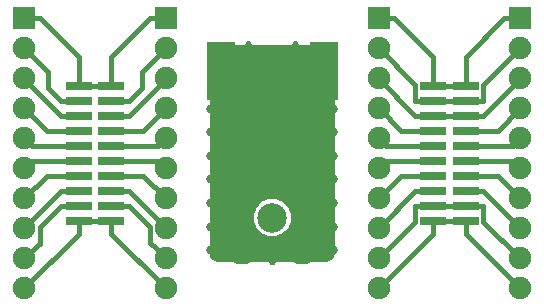
<source format=gbl>
G04 #@! TF.FileFunction,Copper,L2,Bot,Signal*
%FSLAX46Y46*%
G04 Gerber Fmt 4.6, Leading zero omitted, Abs format (unit mm)*
G04 Created by KiCad (PCBNEW 4.1.0-alpha+201605071002+6776~44~ubuntu14.04.1-product) date Mon 30 May 2016 01:00:06 BST*
%MOMM*%
%LPD*%
G01*
G04 APERTURE LIST*
%ADD10C,0.100000*%
%ADD11R,2.220000X0.740000*%
%ADD12R,1.900000X1.900000*%
%ADD13C,1.900000*%
%ADD14C,2.500000*%
%ADD15C,2.800000*%
%ADD16R,2.400000X5.000000*%
%ADD17C,0.800000*%
%ADD18C,0.400000*%
%ADD19C,0.250000*%
%ADD20C,0.500000*%
%ADD21C,0.200000*%
G04 APERTURE END LIST*
D10*
D11*
X106635000Y-107285000D03*
X109365000Y-107285000D03*
X106635000Y-108555000D03*
X109365000Y-108555000D03*
X106635000Y-109825000D03*
X109365000Y-109825000D03*
X106635000Y-111095000D03*
X109365000Y-111095000D03*
X106635000Y-112365000D03*
X109365000Y-112365000D03*
X106635000Y-113635000D03*
X109365000Y-113635000D03*
X106635000Y-114905000D03*
X109365000Y-114905000D03*
X106635000Y-116175000D03*
X109365000Y-116175000D03*
X106635000Y-117445000D03*
X109365000Y-117445000D03*
X106635000Y-118715000D03*
X109365000Y-118715000D03*
X136635000Y-107285000D03*
X139365000Y-107285000D03*
X136635000Y-108555000D03*
X139365000Y-108555000D03*
X136635000Y-109825000D03*
X139365000Y-109825000D03*
X136635000Y-111095000D03*
X139365000Y-111095000D03*
X136635000Y-112365000D03*
X139365000Y-112365000D03*
X136635000Y-113635000D03*
X139365000Y-113635000D03*
X136635000Y-114905000D03*
X139365000Y-114905000D03*
X136635000Y-116175000D03*
X139365000Y-116175000D03*
X136635000Y-117445000D03*
X139365000Y-117445000D03*
X136635000Y-118715000D03*
X139365000Y-118715000D03*
D12*
X102000000Y-101570000D03*
D13*
X102000000Y-104110000D03*
X102000000Y-106650000D03*
X102000000Y-109190000D03*
X102000000Y-111730000D03*
X102000000Y-114270000D03*
X102000000Y-116810000D03*
X102000000Y-119350000D03*
X102000000Y-121890000D03*
X102000000Y-124430000D03*
D12*
X114000000Y-101570000D03*
D13*
X114000000Y-104110000D03*
X114000000Y-106650000D03*
X114000000Y-109190000D03*
X114000000Y-111730000D03*
X114000000Y-114270000D03*
X114000000Y-116810000D03*
X114000000Y-119350000D03*
X114000000Y-121890000D03*
X114000000Y-124430000D03*
D12*
X132000000Y-101570000D03*
D13*
X132000000Y-104110000D03*
X132000000Y-106650000D03*
X132000000Y-109190000D03*
X132000000Y-111730000D03*
X132000000Y-114270000D03*
X132000000Y-116810000D03*
X132000000Y-119350000D03*
X132000000Y-121890000D03*
X132000000Y-124430000D03*
D12*
X144000000Y-101570000D03*
D13*
X144000000Y-104110000D03*
X144000000Y-106650000D03*
X144000000Y-109190000D03*
X144000000Y-111730000D03*
X144000000Y-114270000D03*
X144000000Y-116810000D03*
X144000000Y-119350000D03*
X144000000Y-121890000D03*
X144000000Y-124430000D03*
D14*
X123000000Y-118450000D03*
D15*
X125540000Y-115910000D03*
X120460000Y-115910000D03*
X125540000Y-120990000D03*
X120460000Y-120990000D03*
D16*
X127375000Y-106000000D03*
X118625000Y-106000000D03*
D17*
X119950000Y-113700000D03*
X121425000Y-113750000D03*
X126550000Y-110425000D03*
X126450000Y-113650000D03*
X117850000Y-121200000D03*
X117850000Y-119200000D03*
X117850000Y-117200000D03*
X117850000Y-115200000D03*
X117850000Y-113200000D03*
X117850000Y-111200000D03*
X128150000Y-121200000D03*
X128150000Y-119200000D03*
X128150000Y-117200000D03*
X128150000Y-115200000D03*
X128150000Y-113200000D03*
X128150000Y-111200000D03*
X122863590Y-110550000D03*
X119800000Y-111500000D03*
X124050000Y-110550000D03*
X124950000Y-113650000D03*
X128150000Y-109200000D03*
X126550000Y-109200000D03*
X127350000Y-109200000D03*
X119450000Y-109200000D03*
X117850000Y-109200000D03*
X118650000Y-109200000D03*
D18*
X106635000Y-107285000D02*
X109365000Y-107285000D01*
X106635000Y-118715000D02*
X109365000Y-118715000D01*
X139365000Y-118715000D02*
X136635000Y-118715000D01*
X139365000Y-107285000D02*
X136635000Y-107285000D01*
X136635000Y-107285000D02*
X136635000Y-104855000D01*
X136635000Y-104855000D02*
X133350000Y-101570000D01*
X133350000Y-101570000D02*
X132000000Y-101570000D01*
X139365000Y-107285000D02*
X139365000Y-104855000D01*
X139365000Y-104855000D02*
X142650000Y-101570000D01*
X142650000Y-101570000D02*
X144000000Y-101570000D01*
X139365000Y-118715000D02*
X139365000Y-119795000D01*
X139365000Y-119795000D02*
X144000000Y-124430000D01*
X132000000Y-124430000D02*
X136635000Y-119795000D01*
X136635000Y-119795000D02*
X136635000Y-118715000D01*
X109365000Y-118715000D02*
X109365000Y-119795000D01*
X109365000Y-119795000D02*
X114000000Y-124430000D01*
X106635000Y-118715000D02*
X106635000Y-119795000D01*
X106635000Y-119795000D02*
X102000000Y-124430000D01*
X106635000Y-107285000D02*
X106635000Y-104855000D01*
X106635000Y-104855000D02*
X103350000Y-101570000D01*
X103350000Y-101570000D02*
X102000000Y-101570000D01*
X109365000Y-107285000D02*
X109365000Y-104855000D01*
X109365000Y-104855000D02*
X112650000Y-101570000D01*
X112650000Y-101570000D02*
X114000000Y-101570000D01*
D19*
X117850000Y-119200000D02*
X117850000Y-121200000D01*
X117850000Y-115200000D02*
X117850000Y-117200000D01*
X117850000Y-111200000D02*
X117850000Y-113200000D01*
X128150000Y-119200000D02*
X128150000Y-121200000D01*
X128150000Y-115200000D02*
X128150000Y-117200000D01*
X128150000Y-111200000D02*
X128150000Y-113200000D01*
D20*
X127350000Y-109200000D02*
X128150000Y-109200000D01*
X118600000Y-109200000D02*
X119400000Y-109200000D01*
D18*
X104000000Y-107430000D02*
X104000000Y-106110000D01*
X104000000Y-106110000D02*
X102000000Y-104110000D01*
X106635000Y-108555000D02*
X105124999Y-108554999D01*
X105124999Y-108554999D02*
X104000000Y-107430000D01*
X112000000Y-107430000D02*
X112000000Y-106110000D01*
X112000000Y-106110000D02*
X114000000Y-104110000D01*
X109365000Y-108555000D02*
X110875000Y-108555000D01*
X110875000Y-108555000D02*
X112000000Y-107430000D01*
X106635000Y-109825000D02*
X105125000Y-109825000D01*
X105125000Y-109825000D02*
X102000000Y-106700000D01*
X102000000Y-106700000D02*
X102000000Y-106650000D01*
X109365000Y-109825000D02*
X110875000Y-109825000D01*
X110875000Y-109825000D02*
X114000000Y-106700000D01*
X114000000Y-106700000D02*
X114000000Y-106650000D01*
X106635000Y-111095000D02*
X103905000Y-111095000D01*
X103905000Y-111095000D02*
X102000000Y-109190000D01*
X109365000Y-111095000D02*
X112095000Y-111095000D01*
X112095000Y-111095000D02*
X114000000Y-109190000D01*
X109365000Y-112365000D02*
X113365000Y-112365000D01*
X113365000Y-112365000D02*
X114000000Y-111730000D01*
X106635000Y-112365000D02*
X102635000Y-112365000D01*
X102635000Y-112365000D02*
X102000000Y-111730000D01*
X106635000Y-113635000D02*
X102635000Y-113635000D01*
X102635000Y-113635000D02*
X102000000Y-114270000D01*
X109365000Y-113635000D02*
X113365000Y-113635000D01*
X113365000Y-113635000D02*
X114000000Y-114270000D01*
X106635000Y-114905000D02*
X103905000Y-114905000D01*
X103905000Y-114905000D02*
X102000000Y-116810000D01*
X109365000Y-114905000D02*
X112095000Y-114905000D01*
X112095000Y-114905000D02*
X114000000Y-116810000D01*
X106635000Y-116175000D02*
X105125000Y-116175000D01*
X105125000Y-116175000D02*
X102000000Y-119300000D01*
X102000000Y-119300000D02*
X102000000Y-119350000D01*
X109365000Y-116175000D02*
X110875000Y-116175000D01*
X110875000Y-116175000D02*
X114000000Y-119300000D01*
X114000000Y-119300000D02*
X114000000Y-119350000D01*
X103350001Y-120649999D02*
X103240001Y-120649999D01*
X103240001Y-120649999D02*
X102000000Y-121890000D01*
X106635000Y-117445000D02*
X105125000Y-117445000D01*
X105125000Y-117445000D02*
X103350001Y-119219999D01*
X103350001Y-119219999D02*
X103350001Y-120649999D01*
X109365000Y-117445000D02*
X110875000Y-117445000D01*
X110875000Y-117445000D02*
X112649999Y-119219999D01*
X112649999Y-119219999D02*
X112649999Y-120539999D01*
X112649999Y-120539999D02*
X113050001Y-120940001D01*
X113050001Y-120940001D02*
X114000000Y-121890000D01*
X140875001Y-107234999D02*
X144000000Y-104110000D01*
X139365000Y-108555000D02*
X136635000Y-108555000D01*
X136635000Y-108555000D02*
X135124999Y-108554999D01*
X135124999Y-108554999D02*
X135124999Y-107234999D01*
X135124999Y-107234999D02*
X132000000Y-104110000D01*
X139365000Y-108555000D02*
X140875001Y-108554999D01*
X140875001Y-108554999D02*
X140875001Y-107234999D01*
X139365000Y-109825000D02*
X136635000Y-109825000D01*
X136635000Y-109825000D02*
X135125000Y-109825000D01*
X132000000Y-106700000D02*
X132000000Y-106650000D01*
X135125000Y-109825000D02*
X132000000Y-106700000D01*
X139365000Y-109825000D02*
X140875000Y-109825000D01*
X140875000Y-109825000D02*
X144000000Y-106700000D01*
X144000000Y-106700000D02*
X144000000Y-106650000D01*
X136635000Y-111095000D02*
X133905000Y-111095000D01*
X133905000Y-111095000D02*
X132000000Y-109190000D01*
X139365000Y-111095000D02*
X142095000Y-111095000D01*
X142095000Y-111095000D02*
X144000000Y-109190000D01*
X136635000Y-112365000D02*
X132635000Y-112365000D01*
X132635000Y-112365000D02*
X132000000Y-111730000D01*
X139365000Y-112365000D02*
X143365000Y-112365000D01*
X143365000Y-112365000D02*
X144000000Y-111730000D01*
X136635000Y-113635000D02*
X132635000Y-113635000D01*
X132635000Y-113635000D02*
X132000000Y-114270000D01*
X139365000Y-113635000D02*
X143365000Y-113635000D01*
X143365000Y-113635000D02*
X144000000Y-114270000D01*
X136635000Y-114905000D02*
X133905000Y-114905000D01*
X133905000Y-114905000D02*
X132000000Y-116810000D01*
X139365000Y-114905000D02*
X142095000Y-114905000D01*
X142095000Y-114905000D02*
X144000000Y-116810000D01*
X136635000Y-116175000D02*
X135125000Y-116175000D01*
X135125000Y-116175000D02*
X132000000Y-119300000D01*
X132000000Y-119300000D02*
X132000000Y-119350000D01*
X139365000Y-116175000D02*
X140875000Y-116175000D01*
X140875000Y-116175000D02*
X144000000Y-119300000D01*
X144000000Y-119300000D02*
X144000000Y-119350000D01*
X136635000Y-117445000D02*
X139365000Y-117445000D01*
X139365000Y-117445000D02*
X140875001Y-117445001D01*
X140875001Y-117445001D02*
X140875001Y-118765001D01*
X140875001Y-118765001D02*
X144000000Y-121890000D01*
X136635000Y-117445000D02*
X135124999Y-117445001D01*
X135124999Y-117445001D02*
X135124999Y-118765001D01*
X135124999Y-118765001D02*
X132000000Y-121890000D01*
D21*
G36*
X121125829Y-103654987D02*
X121213622Y-103786378D01*
X121345013Y-103874171D01*
X121500000Y-103905000D01*
X124500000Y-103905000D01*
X124654987Y-103874171D01*
X124786378Y-103786378D01*
X124874171Y-103654987D01*
X124885109Y-103600000D01*
X125114891Y-103600000D01*
X125125829Y-103654987D01*
X125213622Y-103786378D01*
X125345013Y-103874171D01*
X125500000Y-103905000D01*
X128195000Y-103905000D01*
X128195000Y-121460112D01*
X128142378Y-121724660D01*
X128015118Y-121915118D01*
X127824660Y-122042378D01*
X127560112Y-122095000D01*
X123500000Y-122095000D01*
X123345013Y-122125829D01*
X123213622Y-122213622D01*
X123125829Y-122345013D01*
X123114891Y-122400000D01*
X122885109Y-122400000D01*
X122874171Y-122345013D01*
X122786378Y-122213622D01*
X122654987Y-122125829D01*
X122500000Y-122095000D01*
X118439888Y-122095000D01*
X118175340Y-122042378D01*
X117984882Y-121915118D01*
X117857622Y-121724660D01*
X117805000Y-121460112D01*
X117805000Y-118776765D01*
X121349715Y-118776765D01*
X121600383Y-119383429D01*
X122064130Y-119847986D01*
X122670355Y-120099713D01*
X123326765Y-120100285D01*
X123933429Y-119849617D01*
X124397986Y-119385870D01*
X124649713Y-118779645D01*
X124650285Y-118123235D01*
X124399617Y-117516571D01*
X123935870Y-117052014D01*
X123329645Y-116800287D01*
X122673235Y-116799715D01*
X122066571Y-117050383D01*
X121602014Y-117514130D01*
X121350287Y-118120355D01*
X121349715Y-118776765D01*
X117805000Y-118776765D01*
X117805000Y-103905000D01*
X120500000Y-103905000D01*
X120654987Y-103874171D01*
X120786378Y-103786378D01*
X120874171Y-103654987D01*
X120885109Y-103600000D01*
X121114891Y-103600000D01*
X121125829Y-103654987D01*
X121125829Y-103654987D01*
G37*
X121125829Y-103654987D02*
X121213622Y-103786378D01*
X121345013Y-103874171D01*
X121500000Y-103905000D01*
X124500000Y-103905000D01*
X124654987Y-103874171D01*
X124786378Y-103786378D01*
X124874171Y-103654987D01*
X124885109Y-103600000D01*
X125114891Y-103600000D01*
X125125829Y-103654987D01*
X125213622Y-103786378D01*
X125345013Y-103874171D01*
X125500000Y-103905000D01*
X128195000Y-103905000D01*
X128195000Y-121460112D01*
X128142378Y-121724660D01*
X128015118Y-121915118D01*
X127824660Y-122042378D01*
X127560112Y-122095000D01*
X123500000Y-122095000D01*
X123345013Y-122125829D01*
X123213622Y-122213622D01*
X123125829Y-122345013D01*
X123114891Y-122400000D01*
X122885109Y-122400000D01*
X122874171Y-122345013D01*
X122786378Y-122213622D01*
X122654987Y-122125829D01*
X122500000Y-122095000D01*
X118439888Y-122095000D01*
X118175340Y-122042378D01*
X117984882Y-121915118D01*
X117857622Y-121724660D01*
X117805000Y-121460112D01*
X117805000Y-118776765D01*
X121349715Y-118776765D01*
X121600383Y-119383429D01*
X122064130Y-119847986D01*
X122670355Y-120099713D01*
X123326765Y-120100285D01*
X123933429Y-119849617D01*
X124397986Y-119385870D01*
X124649713Y-118779645D01*
X124650285Y-118123235D01*
X124399617Y-117516571D01*
X123935870Y-117052014D01*
X123329645Y-116800287D01*
X122673235Y-116799715D01*
X122066571Y-117050383D01*
X121602014Y-117514130D01*
X121350287Y-118120355D01*
X121349715Y-118776765D01*
X117805000Y-118776765D01*
X117805000Y-103905000D01*
X120500000Y-103905000D01*
X120654987Y-103874171D01*
X120786378Y-103786378D01*
X120874171Y-103654987D01*
X120885109Y-103600000D01*
X121114891Y-103600000D01*
X121125829Y-103654987D01*
M02*

</source>
